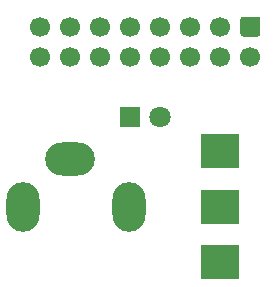
<source format=gbr>
%TF.GenerationSoftware,KiCad,Pcbnew,(5.1.9)-1*%
%TF.CreationDate,2021-03-02T23:47:49+00:00*%
%TF.ProjectId,Power In,506f7765-7220-4496-9e2e-6b696361645f,rev?*%
%TF.SameCoordinates,Original*%
%TF.FileFunction,Soldermask,Bot*%
%TF.FilePolarity,Negative*%
%FSLAX46Y46*%
G04 Gerber Fmt 4.6, Leading zero omitted, Abs format (unit mm)*
G04 Created by KiCad (PCBNEW (5.1.9)-1) date 2021-03-02 23:47:49*
%MOMM*%
%LPD*%
G01*
G04 APERTURE LIST*
%ADD10R,1.800000X1.800000*%
%ADD11C,1.800000*%
%ADD12R,3.300000X3.000000*%
%ADD13C,1.700000*%
%ADD14O,2.800000X4.200000*%
%ADD15O,4.200000X2.800000*%
G04 APERTURE END LIST*
D10*
%TO.C,D1*%
X139700000Y-86360000D03*
D11*
X142240000Y-86360000D03*
%TD*%
D12*
%TO.C,SW1*%
X147320000Y-89300000D03*
X147320000Y-94000000D03*
X147320000Y-98700000D03*
%TD*%
D13*
%TO.C,J2*%
X132080000Y-81280000D03*
X134620000Y-81280000D03*
X137160000Y-81280000D03*
X139700000Y-81280000D03*
X142240000Y-81280000D03*
X144780000Y-81280000D03*
X147320000Y-81280000D03*
X149860000Y-81280000D03*
X132080000Y-78740000D03*
X134620000Y-78740000D03*
X137160000Y-78740000D03*
X139700000Y-78740000D03*
X142240000Y-78740000D03*
X144780000Y-78740000D03*
X147320000Y-78740000D03*
G36*
G01*
X149260000Y-77890000D02*
X150460000Y-77890000D01*
G75*
G02*
X150710000Y-78140000I0J-250000D01*
G01*
X150710000Y-79340000D01*
G75*
G02*
X150460000Y-79590000I-250000J0D01*
G01*
X149260000Y-79590000D01*
G75*
G02*
X149010000Y-79340000I0J250000D01*
G01*
X149010000Y-78140000D01*
G75*
G02*
X149260000Y-77890000I250000J0D01*
G01*
G37*
%TD*%
D14*
%TO.C,J1*%
X139620000Y-93980000D03*
D15*
X134620000Y-89980000D03*
D14*
X130620000Y-93980000D03*
%TD*%
M02*

</source>
